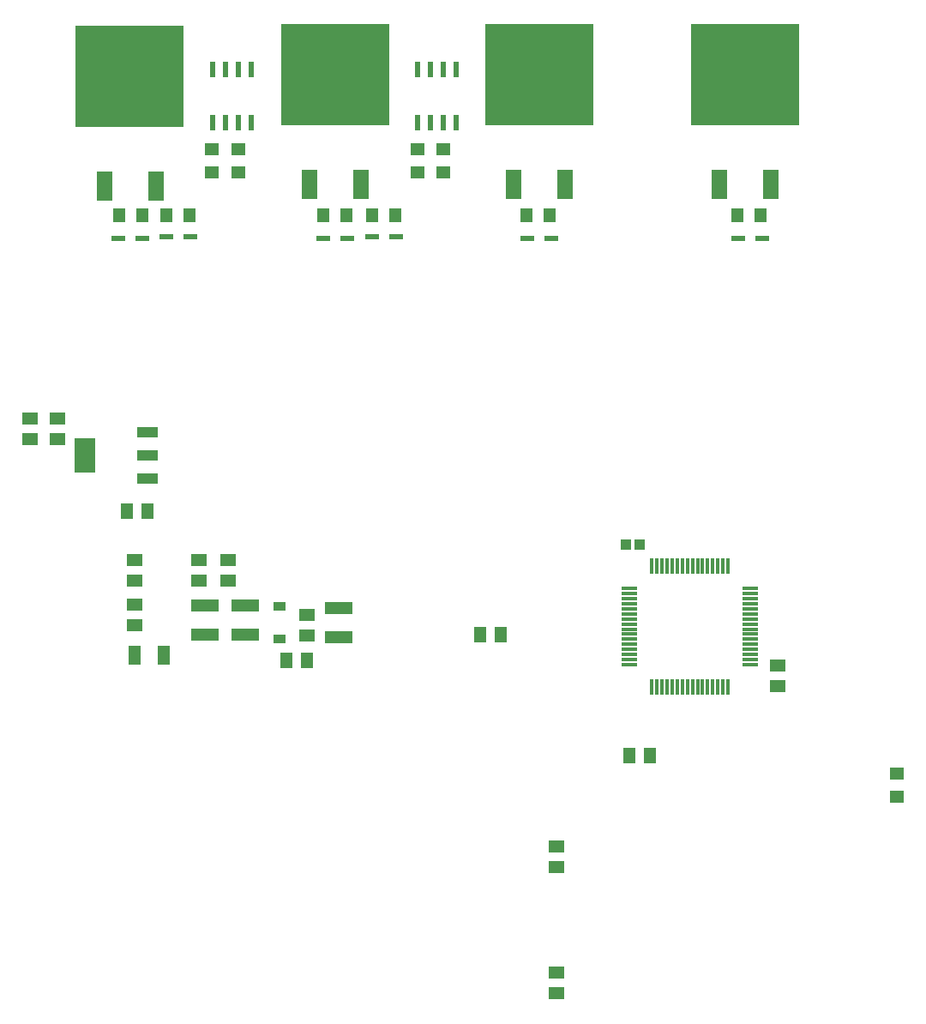
<source format=gbp>
G04 Layer_Color=128*
%FSLAX44Y44*%
%MOMM*%
G71*
G01*
G75*
%ADD11R,1.2700X1.6002*%
%ADD13R,1.6002X1.2700*%
%ADD14R,2.7000X1.3000*%
%ADD24R,1.2700X1.3970*%
%ADD25R,1.3970X1.2700*%
%ADD27R,1.0000X1.1000*%
%ADD30R,0.5080X1.5240*%
%ADD31R,1.4500X0.5500*%
%ADD32R,10.7000X10.0000*%
%ADD33R,1.5000X3.0000*%
%ADD65R,2.1500X3.5000*%
%ADD66R,2.1500X1.1000*%
%ADD67R,2.1500X1.1000*%
%ADD68R,1.3000X1.8500*%
%ADD69R,1.2200X0.9150*%
%ADD70R,1.6000X0.3000*%
%ADD71R,0.3000X1.6000*%
%ADD83R,1.4940X1.2190*%
%ADD84R,1.4940X1.2190*%
D11*
X-750570Y500380D02*
D03*
X-730250D02*
D03*
X-572770Y353060D02*
D03*
X-593090D02*
D03*
X-233680Y259080D02*
D03*
X-254000D02*
D03*
X-401320Y378460D02*
D03*
X-381000D02*
D03*
D13*
X-845820Y591820D02*
D03*
Y571500D02*
D03*
X-819150Y591820D02*
D03*
Y571500D02*
D03*
X-572770Y397510D02*
D03*
Y377190D02*
D03*
X-742950Y407670D02*
D03*
Y387350D02*
D03*
Y452120D02*
D03*
Y431800D02*
D03*
X-679450Y431800D02*
D03*
Y452120D02*
D03*
X-650240Y452120D02*
D03*
Y431800D02*
D03*
X-107950Y347980D02*
D03*
Y327660D02*
D03*
X-326390Y168910D02*
D03*
Y148590D02*
D03*
Y24130D02*
D03*
Y44450D02*
D03*
D14*
X-541020Y375390D02*
D03*
Y404390D02*
D03*
X-673100Y406930D02*
D03*
Y377930D02*
D03*
X-633730Y406930D02*
D03*
Y377930D02*
D03*
D24*
X-556110Y792480D02*
D03*
X-533250D02*
D03*
X-124310D02*
D03*
X-147170D02*
D03*
X-735257D02*
D03*
X-758117D02*
D03*
X-507850D02*
D03*
X-484990D02*
D03*
X-711050D02*
D03*
X-688190D02*
D03*
X-332590D02*
D03*
X-355450D02*
D03*
D25*
X-438000Y857250D02*
D03*
Y834390D02*
D03*
X-463400Y857250D02*
D03*
Y834390D02*
D03*
X-639930Y857250D02*
D03*
Y834390D02*
D03*
X-666600Y857250D02*
D03*
Y834390D02*
D03*
X10160Y218440D02*
D03*
Y241300D02*
D03*
D27*
X-243810Y467360D02*
D03*
X-257810D02*
D03*
D30*
X-463400Y883920D02*
D03*
X-450700D02*
D03*
X-438000D02*
D03*
X-425300D02*
D03*
Y935990D02*
D03*
X-438000D02*
D03*
X-450700D02*
D03*
X-463400D02*
D03*
X-665330Y883920D02*
D03*
X-652630D02*
D03*
X-639930D02*
D03*
X-627230D02*
D03*
Y935990D02*
D03*
X-639930D02*
D03*
X-652630D02*
D03*
X-665330D02*
D03*
D31*
X-354677Y769620D02*
D03*
X-331177D02*
D03*
X-146220D02*
D03*
X-122720D02*
D03*
X-532853D02*
D03*
X-556353D02*
D03*
X-734860D02*
D03*
X-758360D02*
D03*
X-687870Y770890D02*
D03*
X-711370D02*
D03*
X-484670D02*
D03*
X-508170D02*
D03*
D32*
X-747522Y929640D02*
D03*
X-544576Y930656D02*
D03*
X-342900D02*
D03*
X-139954D02*
D03*
D33*
X-721868Y821256D02*
D03*
X-772668D02*
D03*
X-569722Y822272D02*
D03*
X-518922D02*
D03*
X-317246D02*
D03*
X-368046D02*
D03*
X-165100D02*
D03*
X-114300D02*
D03*
D65*
X-791730Y554990D02*
D03*
D66*
X-729730Y531990D02*
D03*
Y577990D02*
D03*
D67*
Y554990D02*
D03*
D68*
X-713950Y358140D02*
D03*
X-742950D02*
D03*
D69*
X-599440Y373515D02*
D03*
Y406265D02*
D03*
D70*
X-253810Y423580D02*
D03*
Y418580D02*
D03*
Y413580D02*
D03*
Y408580D02*
D03*
Y403580D02*
D03*
Y398580D02*
D03*
Y393580D02*
D03*
Y388580D02*
D03*
Y383580D02*
D03*
Y378580D02*
D03*
Y373580D02*
D03*
Y368580D02*
D03*
Y363580D02*
D03*
Y358580D02*
D03*
Y353580D02*
D03*
Y348580D02*
D03*
X-134810D02*
D03*
Y353580D02*
D03*
Y358580D02*
D03*
Y363580D02*
D03*
Y368580D02*
D03*
Y373580D02*
D03*
Y378580D02*
D03*
Y383580D02*
D03*
Y388580D02*
D03*
Y393580D02*
D03*
Y398580D02*
D03*
Y403580D02*
D03*
Y408580D02*
D03*
Y413580D02*
D03*
Y418580D02*
D03*
Y423580D02*
D03*
D71*
X-231810Y326580D02*
D03*
X-226810D02*
D03*
X-221810D02*
D03*
X-216810D02*
D03*
X-211810D02*
D03*
X-206810D02*
D03*
X-201810D02*
D03*
X-196810D02*
D03*
X-191810D02*
D03*
X-186810D02*
D03*
X-181810D02*
D03*
X-176810D02*
D03*
X-171810D02*
D03*
X-166810D02*
D03*
X-161810D02*
D03*
X-156810D02*
D03*
X-231810Y445580D02*
D03*
X-226810D02*
D03*
X-221810D02*
D03*
X-216810D02*
D03*
X-211810D02*
D03*
X-206810D02*
D03*
X-201810D02*
D03*
X-196810D02*
D03*
X-191810D02*
D03*
X-186810D02*
D03*
X-181810D02*
D03*
X-176810D02*
D03*
X-171810D02*
D03*
X-166810D02*
D03*
X-161810D02*
D03*
X-156810D02*
D03*
D83*
X-774275Y966356D02*
D03*
Y951166D02*
D03*
Y935976D02*
D03*
Y920786D02*
D03*
Y905596D02*
D03*
X-756335Y890406D02*
D03*
X-720457Y966356D02*
D03*
Y951166D02*
D03*
Y935976D02*
D03*
Y920786D02*
D03*
Y905596D02*
D03*
X-720457Y890406D02*
D03*
X-517511Y891422D02*
D03*
X-517511Y906612D02*
D03*
Y921802D02*
D03*
Y936992D02*
D03*
Y952182D02*
D03*
Y967372D02*
D03*
X-553389Y891422D02*
D03*
X-571329Y906612D02*
D03*
Y921802D02*
D03*
Y936992D02*
D03*
Y952182D02*
D03*
Y967372D02*
D03*
X-369653D02*
D03*
Y952182D02*
D03*
Y936992D02*
D03*
Y921802D02*
D03*
Y906612D02*
D03*
X-351713Y891422D02*
D03*
X-315835Y967372D02*
D03*
Y952182D02*
D03*
Y936992D02*
D03*
Y921802D02*
D03*
Y906612D02*
D03*
X-315835Y891422D02*
D03*
X-112889D02*
D03*
X-112889Y906612D02*
D03*
Y921802D02*
D03*
Y936992D02*
D03*
Y952182D02*
D03*
Y967372D02*
D03*
X-148767Y891422D02*
D03*
X-166707Y906612D02*
D03*
Y921802D02*
D03*
Y936992D02*
D03*
Y952182D02*
D03*
Y967372D02*
D03*
D84*
X-792215Y890407D02*
D03*
X-792215Y905596D02*
D03*
Y920786D02*
D03*
Y935976D02*
D03*
Y951166D02*
D03*
Y966356D02*
D03*
X-774275Y890406D02*
D03*
X-756335Y966356D02*
D03*
Y951166D02*
D03*
Y935976D02*
D03*
Y920786D02*
D03*
Y905596D02*
D03*
X-738397Y966356D02*
D03*
Y951166D02*
D03*
Y935976D02*
D03*
Y920786D02*
D03*
Y905596D02*
D03*
X-738397Y890406D02*
D03*
X-702517Y966356D02*
D03*
Y951166D02*
D03*
Y935976D02*
D03*
Y920786D02*
D03*
Y905596D02*
D03*
X-702517Y890406D02*
D03*
X-499571Y891422D02*
D03*
X-499571Y906612D02*
D03*
Y921802D02*
D03*
Y936992D02*
D03*
Y952182D02*
D03*
Y967372D02*
D03*
X-535451Y891423D02*
D03*
X-535451Y906612D02*
D03*
Y921802D02*
D03*
Y936992D02*
D03*
Y952182D02*
D03*
Y967372D02*
D03*
X-553389Y906612D02*
D03*
Y921802D02*
D03*
Y936992D02*
D03*
Y952182D02*
D03*
Y967372D02*
D03*
X-571329Y891422D02*
D03*
X-589269Y967372D02*
D03*
Y952182D02*
D03*
Y936992D02*
D03*
Y921802D02*
D03*
Y906612D02*
D03*
X-589269Y891423D02*
D03*
X-387593D02*
D03*
X-387593Y906612D02*
D03*
Y921802D02*
D03*
Y936992D02*
D03*
Y952182D02*
D03*
Y967372D02*
D03*
X-369653Y891422D02*
D03*
X-351713Y967372D02*
D03*
Y952182D02*
D03*
Y936992D02*
D03*
Y921802D02*
D03*
Y906612D02*
D03*
X-333775Y967372D02*
D03*
Y952182D02*
D03*
Y936992D02*
D03*
Y921802D02*
D03*
Y906612D02*
D03*
X-333775Y891423D02*
D03*
X-297895Y967372D02*
D03*
Y952182D02*
D03*
Y936992D02*
D03*
Y921802D02*
D03*
Y906612D02*
D03*
X-297895Y891422D02*
D03*
X-94949D02*
D03*
X-94949Y906612D02*
D03*
Y921802D02*
D03*
Y936992D02*
D03*
Y952182D02*
D03*
Y967372D02*
D03*
X-130829Y891423D02*
D03*
X-130829Y906612D02*
D03*
Y921802D02*
D03*
Y936992D02*
D03*
Y952182D02*
D03*
Y967372D02*
D03*
X-148767Y906612D02*
D03*
Y921802D02*
D03*
Y936992D02*
D03*
Y952182D02*
D03*
Y967372D02*
D03*
X-166707Y891422D02*
D03*
X-184647Y967372D02*
D03*
Y952182D02*
D03*
Y936992D02*
D03*
Y921802D02*
D03*
Y906612D02*
D03*
X-184647Y891423D02*
D03*
M02*

</source>
